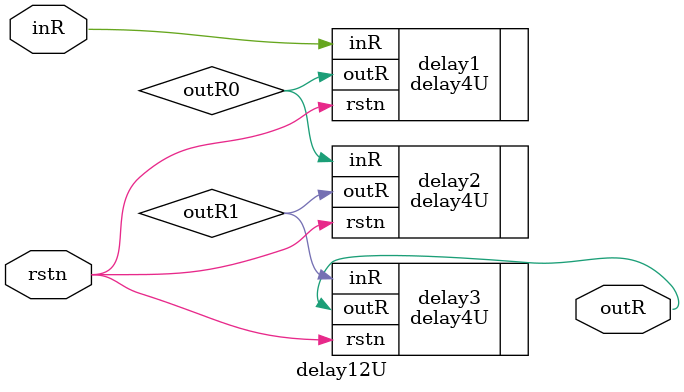
<source format=v>
`timescale 1ns / 1ps

module delay12U(inR, outR, rstn);
input inR, rstn;
output outR;

wire outR0, outR1;


delay4U delay1(.inR(inR), .outR(outR0), .rstn(rstn));
delay4U delay2(.inR(outR0), .outR(outR1), .rstn(rstn));
delay4U delay3(.inR(outR1), .outR(outR), .rstn(rstn));
endmodule


</source>
